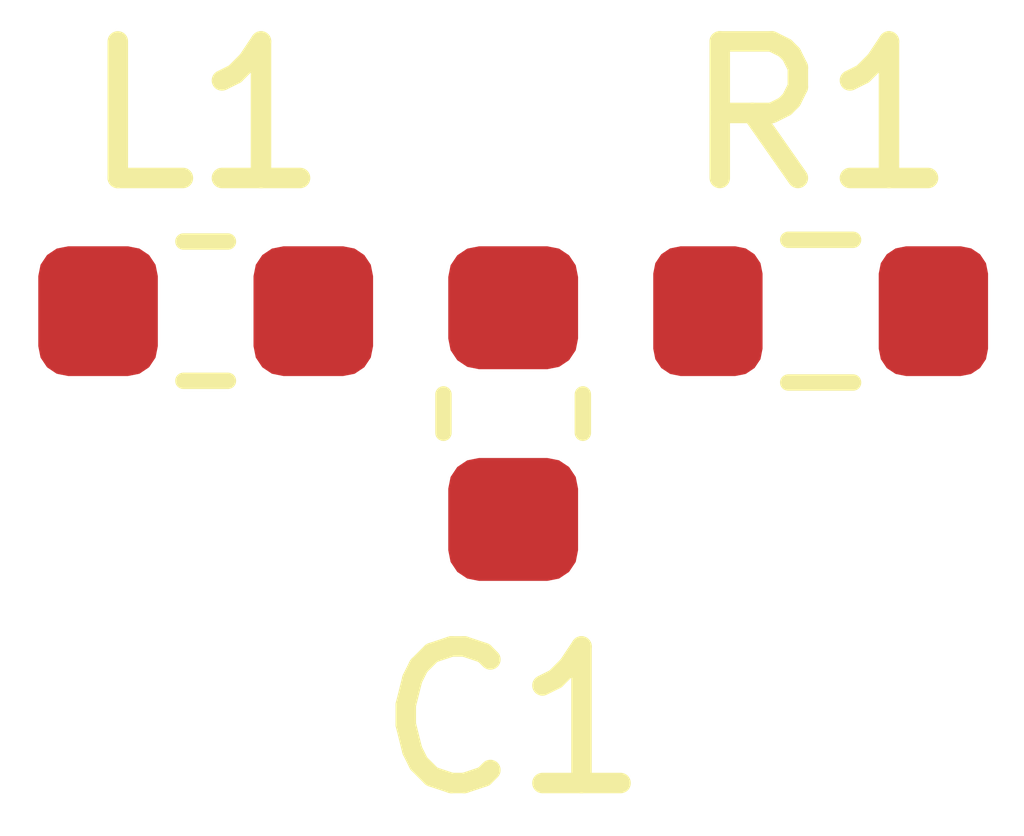
<source format=kicad_pcb>
(kicad_pcb (version 20241229) (generator "pcbnew") (generator_version "9.0")
  (layers (0 "F.Cu" signal) (2 "B.Cu" signal) (13 "F.Paste" user) (15 "B.Paste" user) (5 "F.SilkS" user "F.Silkscreen") (7 "B.SilkS" user "B.Silkscreen") (1 "F.Mask" user) (3 "B.Mask" user) (25 "Edge.Cuts" user))
  (net 0 "")
  (net 1 "io_OUT")
  (net 2 "io_IN")
  (net 3 "T")
  (net 4 "io_GND_GND")
  (footprint "R_0603_1608Metric:R_0603_1608Metric" (layer "F.Cu") (at 149 103)
    (property "Reference" "R1" (at 0 -1.43 0) (layer "F.SilkS"))
    (property "Value" "100" (hide yes))
    (fp_line (start -0.237258 -0.5225) (end 0.237258 -0.5225) (stroke (width 0.12)) (layer "F.SilkS"))
    (fp_line (start -0.237258 0.5225) (end 0.237258 0.5225) (stroke (width 0.12)) (layer "F.SilkS"))
    (pad "1" smd roundrect (at -0.825 0) (size 0.8 0.95) (layers "F.Cu" "F.Mask" "F.Paste") (net 3 "T"))
    (pad "2" smd roundrect (at 0.825 0) (size 0.8 0.95) (layers "F.Cu" "F.Mask" "F.Paste") (net 1 "io_OUT"))
  )
  (footprint "L_0603_1608Metric:L_0603_1608Metric" (layer "F.Cu") (at 144.5 103)
    (property "Reference" "L1" (at 0 -1.43 0) (layer "F.SilkS"))
    (property "Value" "10nH" (hide yes))
    (fp_line (start -0.162779 -0.51) (end 0.162779 -0.51) (stroke (width 0.12)) (layer "F.SilkS"))
    (fp_line (start -0.162779 0.51) (end 0.162779 0.51) (stroke (width 0.12)) (layer "F.SilkS"))
    (pad "1" smd roundrect (at -0.7875 0) (size 0.875 0.95) (layers "F.Cu" "F.Mask" "F.Paste") (net 2 "io_IN"))
    (pad "2" smd roundrect (at 0.7875 0) (size 0.875 0.95) (layers "F.Cu" "F.Mask" "F.Paste") (net 3 "T"))
  )
  (footprint "C_0603_1608Metric:C_0603_1608Metric" (layer "F.Cu") (at 146.75 103.75 -90)
    (property "Reference" "C1" (at 2.25 0 0) (layer "F.SilkS"))
    (property "Value" "10pF" (hide yes))
    (fp_line (start -0.14058 0.51) (end 0.14058 0.51) (stroke (width 0.12)) (layer "F.SilkS"))
    (fp_line (start -0.14058 -0.51) (end 0.14058 -0.51) (stroke (width 0.12)) (layer "F.SilkS"))
    (pad "1" smd roundrect (at -0.775 0 270) (size 0.9 0.95) (layers "F.Cu" "F.Mask" "F.Paste") (net 3 "T"))
    (pad "2" smd roundrect (at 0.775 0 270) (size 0.9 0.95) (layers "F.Cu" "F.Mask" "F.Paste") (net 4 "io_GND_GND"))
  )
)
</source>
